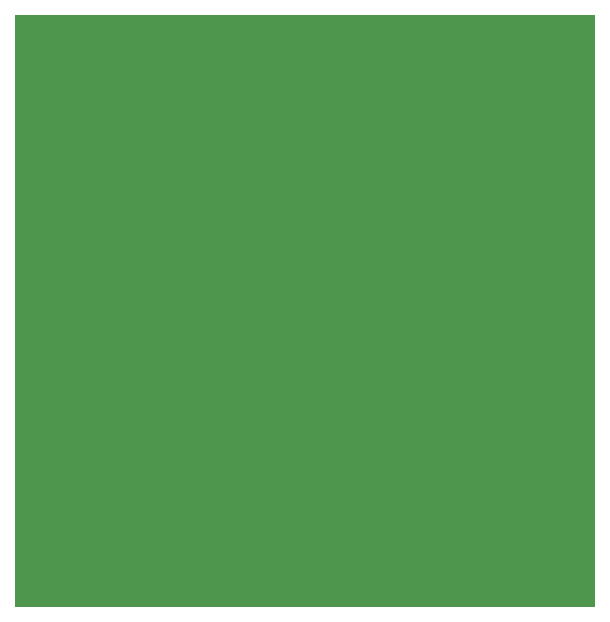
<source format=gbs>
G75*
%MOIN*%
%OFA0B0*%
%FSLAX24Y24*%
%IPPOS*%
%LPD*%
%AMOC8*
5,1,8,0,0,1.08239X$1,22.5*
%
%ADD10C,0.0000*%
%ADD11C,0.0434*%
%ADD12C,0.1300*%
%ADD13R,1.9380X1.9740*%
%ADD14C,0.0800*%
%ADD15R,0.0290X0.0540*%
D10*
X002468Y001340D02*
X002468Y018631D01*
X002470Y018691D01*
X002475Y018752D01*
X002484Y018811D01*
X002497Y018870D01*
X002513Y018929D01*
X002533Y018986D01*
X002556Y019041D01*
X002583Y019096D01*
X002612Y019148D01*
X002645Y019199D01*
X002681Y019248D01*
X002719Y019294D01*
X002761Y019338D01*
X002805Y019380D01*
X002851Y019418D01*
X002900Y019454D01*
X002951Y019487D01*
X003003Y019516D01*
X003058Y019543D01*
X003113Y019566D01*
X003170Y019586D01*
X003229Y019602D01*
X003288Y019615D01*
X003347Y019624D01*
X003408Y019629D01*
X003468Y019631D01*
X020366Y019631D01*
X020426Y019629D01*
X020487Y019624D01*
X020546Y019615D01*
X020605Y019602D01*
X020664Y019586D01*
X020721Y019566D01*
X020776Y019543D01*
X020831Y019516D01*
X020883Y019487D01*
X020934Y019454D01*
X020983Y019418D01*
X021029Y019380D01*
X021073Y019338D01*
X021115Y019294D01*
X021153Y019248D01*
X021189Y019199D01*
X021222Y019148D01*
X021251Y019096D01*
X021278Y019041D01*
X021301Y018986D01*
X021321Y018929D01*
X021337Y018870D01*
X021350Y018811D01*
X021359Y018752D01*
X021364Y018691D01*
X021366Y018631D01*
X021366Y001340D01*
X021364Y001280D01*
X021359Y001219D01*
X021350Y001160D01*
X021337Y001101D01*
X021321Y001042D01*
X021301Y000985D01*
X021278Y000930D01*
X021251Y000875D01*
X021222Y000823D01*
X021189Y000772D01*
X021153Y000723D01*
X021115Y000677D01*
X021073Y000633D01*
X021029Y000591D01*
X020983Y000553D01*
X020934Y000517D01*
X020883Y000484D01*
X020831Y000455D01*
X020776Y000428D01*
X020721Y000405D01*
X020664Y000385D01*
X020605Y000369D01*
X020546Y000356D01*
X020487Y000347D01*
X020426Y000342D01*
X020366Y000340D01*
X003468Y000340D01*
X003408Y000342D01*
X003347Y000347D01*
X003288Y000356D01*
X003229Y000369D01*
X003170Y000385D01*
X003113Y000405D01*
X003058Y000428D01*
X003003Y000455D01*
X002951Y000484D01*
X002900Y000517D01*
X002851Y000553D01*
X002805Y000591D01*
X002761Y000633D01*
X002719Y000677D01*
X002681Y000723D01*
X002645Y000772D01*
X002612Y000823D01*
X002583Y000875D01*
X002556Y000930D01*
X002533Y000985D01*
X002513Y001042D01*
X002497Y001101D01*
X002484Y001160D01*
X002475Y001219D01*
X002470Y001280D01*
X002468Y001340D01*
X011720Y001521D02*
X011722Y001548D01*
X011728Y001575D01*
X011737Y001601D01*
X011750Y001625D01*
X011766Y001648D01*
X011785Y001667D01*
X011807Y001684D01*
X011831Y001698D01*
X011856Y001708D01*
X011883Y001715D01*
X011910Y001718D01*
X011938Y001717D01*
X011965Y001712D01*
X011991Y001704D01*
X012015Y001692D01*
X012038Y001676D01*
X012059Y001658D01*
X012076Y001637D01*
X012091Y001613D01*
X012102Y001588D01*
X012110Y001562D01*
X012114Y001535D01*
X012114Y001507D01*
X012110Y001480D01*
X012102Y001454D01*
X012091Y001429D01*
X012076Y001405D01*
X012059Y001384D01*
X012038Y001366D01*
X012016Y001350D01*
X011991Y001338D01*
X011965Y001330D01*
X011938Y001325D01*
X011910Y001324D01*
X011883Y001327D01*
X011856Y001334D01*
X011831Y001344D01*
X011807Y001358D01*
X011785Y001375D01*
X011766Y001394D01*
X011750Y001417D01*
X011737Y001441D01*
X011728Y001467D01*
X011722Y001494D01*
X011720Y001521D01*
X011720Y002309D02*
X011722Y002336D01*
X011728Y002363D01*
X011737Y002389D01*
X011750Y002413D01*
X011766Y002436D01*
X011785Y002455D01*
X011807Y002472D01*
X011831Y002486D01*
X011856Y002496D01*
X011883Y002503D01*
X011910Y002506D01*
X011938Y002505D01*
X011965Y002500D01*
X011991Y002492D01*
X012015Y002480D01*
X012038Y002464D01*
X012059Y002446D01*
X012076Y002425D01*
X012091Y002401D01*
X012102Y002376D01*
X012110Y002350D01*
X012114Y002323D01*
X012114Y002295D01*
X012110Y002268D01*
X012102Y002242D01*
X012091Y002217D01*
X012076Y002193D01*
X012059Y002172D01*
X012038Y002154D01*
X012016Y002138D01*
X011991Y002126D01*
X011965Y002118D01*
X011938Y002113D01*
X011910Y002112D01*
X011883Y002115D01*
X011856Y002122D01*
X011831Y002132D01*
X011807Y002146D01*
X011785Y002163D01*
X011766Y002182D01*
X011750Y002205D01*
X011737Y002229D01*
X011728Y002255D01*
X011722Y002282D01*
X011720Y002309D01*
X011720Y003096D02*
X011722Y003123D01*
X011728Y003150D01*
X011737Y003176D01*
X011750Y003200D01*
X011766Y003223D01*
X011785Y003242D01*
X011807Y003259D01*
X011831Y003273D01*
X011856Y003283D01*
X011883Y003290D01*
X011910Y003293D01*
X011938Y003292D01*
X011965Y003287D01*
X011991Y003279D01*
X012015Y003267D01*
X012038Y003251D01*
X012059Y003233D01*
X012076Y003212D01*
X012091Y003188D01*
X012102Y003163D01*
X012110Y003137D01*
X012114Y003110D01*
X012114Y003082D01*
X012110Y003055D01*
X012102Y003029D01*
X012091Y003004D01*
X012076Y002980D01*
X012059Y002959D01*
X012038Y002941D01*
X012016Y002925D01*
X011991Y002913D01*
X011965Y002905D01*
X011938Y002900D01*
X011910Y002899D01*
X011883Y002902D01*
X011856Y002909D01*
X011831Y002919D01*
X011807Y002933D01*
X011785Y002950D01*
X011766Y002969D01*
X011750Y002992D01*
X011737Y003016D01*
X011728Y003042D01*
X011722Y003069D01*
X011720Y003096D01*
X011720Y003883D02*
X011722Y003910D01*
X011728Y003937D01*
X011737Y003963D01*
X011750Y003987D01*
X011766Y004010D01*
X011785Y004029D01*
X011807Y004046D01*
X011831Y004060D01*
X011856Y004070D01*
X011883Y004077D01*
X011910Y004080D01*
X011938Y004079D01*
X011965Y004074D01*
X011991Y004066D01*
X012015Y004054D01*
X012038Y004038D01*
X012059Y004020D01*
X012076Y003999D01*
X012091Y003975D01*
X012102Y003950D01*
X012110Y003924D01*
X012114Y003897D01*
X012114Y003869D01*
X012110Y003842D01*
X012102Y003816D01*
X012091Y003791D01*
X012076Y003767D01*
X012059Y003746D01*
X012038Y003728D01*
X012016Y003712D01*
X011991Y003700D01*
X011965Y003692D01*
X011938Y003687D01*
X011910Y003686D01*
X011883Y003689D01*
X011856Y003696D01*
X011831Y003706D01*
X011807Y003720D01*
X011785Y003737D01*
X011766Y003756D01*
X011750Y003779D01*
X011737Y003803D01*
X011728Y003829D01*
X011722Y003856D01*
X011720Y003883D01*
X011287Y005064D02*
X011289Y005114D01*
X011295Y005164D01*
X011305Y005213D01*
X011319Y005261D01*
X011336Y005308D01*
X011357Y005353D01*
X011382Y005397D01*
X011410Y005438D01*
X011442Y005477D01*
X011476Y005514D01*
X011513Y005548D01*
X011553Y005578D01*
X011595Y005605D01*
X011639Y005629D01*
X011685Y005650D01*
X011732Y005666D01*
X011780Y005679D01*
X011830Y005688D01*
X011879Y005693D01*
X011930Y005694D01*
X011980Y005691D01*
X012029Y005684D01*
X012078Y005673D01*
X012126Y005658D01*
X012172Y005640D01*
X012217Y005618D01*
X012260Y005592D01*
X012301Y005563D01*
X012340Y005531D01*
X012376Y005496D01*
X012408Y005458D01*
X012438Y005418D01*
X012465Y005375D01*
X012488Y005331D01*
X012507Y005285D01*
X012523Y005237D01*
X012535Y005188D01*
X012543Y005139D01*
X012547Y005089D01*
X012547Y005039D01*
X012543Y004989D01*
X012535Y004940D01*
X012523Y004891D01*
X012507Y004843D01*
X012488Y004797D01*
X012465Y004753D01*
X012438Y004710D01*
X012408Y004670D01*
X012376Y004632D01*
X012340Y004597D01*
X012301Y004565D01*
X012260Y004536D01*
X012217Y004510D01*
X012172Y004488D01*
X012126Y004470D01*
X012078Y004455D01*
X012029Y004444D01*
X011980Y004437D01*
X011930Y004434D01*
X011879Y004435D01*
X011830Y004440D01*
X011780Y004449D01*
X011732Y004462D01*
X011685Y004478D01*
X011639Y004499D01*
X011595Y004523D01*
X011553Y004550D01*
X011513Y004580D01*
X011476Y004614D01*
X011442Y004651D01*
X011410Y004690D01*
X011382Y004731D01*
X011357Y004775D01*
X011336Y004820D01*
X011319Y004867D01*
X011305Y004915D01*
X011295Y004964D01*
X011289Y005014D01*
X011287Y005064D01*
X011720Y006442D02*
X011722Y006469D01*
X011728Y006496D01*
X011737Y006522D01*
X011750Y006546D01*
X011766Y006569D01*
X011785Y006588D01*
X011807Y006605D01*
X011831Y006619D01*
X011856Y006629D01*
X011883Y006636D01*
X011910Y006639D01*
X011938Y006638D01*
X011965Y006633D01*
X011991Y006625D01*
X012015Y006613D01*
X012038Y006597D01*
X012059Y006579D01*
X012076Y006558D01*
X012091Y006534D01*
X012102Y006509D01*
X012110Y006483D01*
X012114Y006456D01*
X012114Y006428D01*
X012110Y006401D01*
X012102Y006375D01*
X012091Y006350D01*
X012076Y006326D01*
X012059Y006305D01*
X012038Y006287D01*
X012016Y006271D01*
X011991Y006259D01*
X011965Y006251D01*
X011938Y006246D01*
X011910Y006245D01*
X011883Y006248D01*
X011856Y006255D01*
X011831Y006265D01*
X011807Y006279D01*
X011785Y006296D01*
X011766Y006315D01*
X011750Y006338D01*
X011737Y006362D01*
X011728Y006388D01*
X011722Y006415D01*
X011720Y006442D01*
X011720Y007230D02*
X011722Y007257D01*
X011728Y007284D01*
X011737Y007310D01*
X011750Y007334D01*
X011766Y007357D01*
X011785Y007376D01*
X011807Y007393D01*
X011831Y007407D01*
X011856Y007417D01*
X011883Y007424D01*
X011910Y007427D01*
X011938Y007426D01*
X011965Y007421D01*
X011991Y007413D01*
X012015Y007401D01*
X012038Y007385D01*
X012059Y007367D01*
X012076Y007346D01*
X012091Y007322D01*
X012102Y007297D01*
X012110Y007271D01*
X012114Y007244D01*
X012114Y007216D01*
X012110Y007189D01*
X012102Y007163D01*
X012091Y007138D01*
X012076Y007114D01*
X012059Y007093D01*
X012038Y007075D01*
X012016Y007059D01*
X011991Y007047D01*
X011965Y007039D01*
X011938Y007034D01*
X011910Y007033D01*
X011883Y007036D01*
X011856Y007043D01*
X011831Y007053D01*
X011807Y007067D01*
X011785Y007084D01*
X011766Y007103D01*
X011750Y007126D01*
X011737Y007150D01*
X011728Y007176D01*
X011722Y007203D01*
X011720Y007230D01*
X011720Y008017D02*
X011722Y008044D01*
X011728Y008071D01*
X011737Y008097D01*
X011750Y008121D01*
X011766Y008144D01*
X011785Y008163D01*
X011807Y008180D01*
X011831Y008194D01*
X011856Y008204D01*
X011883Y008211D01*
X011910Y008214D01*
X011938Y008213D01*
X011965Y008208D01*
X011991Y008200D01*
X012015Y008188D01*
X012038Y008172D01*
X012059Y008154D01*
X012076Y008133D01*
X012091Y008109D01*
X012102Y008084D01*
X012110Y008058D01*
X012114Y008031D01*
X012114Y008003D01*
X012110Y007976D01*
X012102Y007950D01*
X012091Y007925D01*
X012076Y007901D01*
X012059Y007880D01*
X012038Y007862D01*
X012016Y007846D01*
X011991Y007834D01*
X011965Y007826D01*
X011938Y007821D01*
X011910Y007820D01*
X011883Y007823D01*
X011856Y007830D01*
X011831Y007840D01*
X011807Y007854D01*
X011785Y007871D01*
X011766Y007890D01*
X011750Y007913D01*
X011737Y007937D01*
X011728Y007963D01*
X011722Y007990D01*
X011720Y008017D01*
X011720Y008805D02*
X011722Y008832D01*
X011728Y008859D01*
X011737Y008885D01*
X011750Y008909D01*
X011766Y008932D01*
X011785Y008951D01*
X011807Y008968D01*
X011831Y008982D01*
X011856Y008992D01*
X011883Y008999D01*
X011910Y009002D01*
X011938Y009001D01*
X011965Y008996D01*
X011991Y008988D01*
X012015Y008976D01*
X012038Y008960D01*
X012059Y008942D01*
X012076Y008921D01*
X012091Y008897D01*
X012102Y008872D01*
X012110Y008846D01*
X012114Y008819D01*
X012114Y008791D01*
X012110Y008764D01*
X012102Y008738D01*
X012091Y008713D01*
X012076Y008689D01*
X012059Y008668D01*
X012038Y008650D01*
X012016Y008634D01*
X011991Y008622D01*
X011965Y008614D01*
X011938Y008609D01*
X011910Y008608D01*
X011883Y008611D01*
X011856Y008618D01*
X011831Y008628D01*
X011807Y008642D01*
X011785Y008659D01*
X011766Y008678D01*
X011750Y008701D01*
X011737Y008725D01*
X011728Y008751D01*
X011722Y008778D01*
X011720Y008805D01*
X011720Y009592D02*
X011722Y009619D01*
X011728Y009646D01*
X011737Y009672D01*
X011750Y009696D01*
X011766Y009719D01*
X011785Y009738D01*
X011807Y009755D01*
X011831Y009769D01*
X011856Y009779D01*
X011883Y009786D01*
X011910Y009789D01*
X011938Y009788D01*
X011965Y009783D01*
X011991Y009775D01*
X012015Y009763D01*
X012038Y009747D01*
X012059Y009729D01*
X012076Y009708D01*
X012091Y009684D01*
X012102Y009659D01*
X012110Y009633D01*
X012114Y009606D01*
X012114Y009578D01*
X012110Y009551D01*
X012102Y009525D01*
X012091Y009500D01*
X012076Y009476D01*
X012059Y009455D01*
X012038Y009437D01*
X012016Y009421D01*
X011991Y009409D01*
X011965Y009401D01*
X011938Y009396D01*
X011910Y009395D01*
X011883Y009398D01*
X011856Y009405D01*
X011831Y009415D01*
X011807Y009429D01*
X011785Y009446D01*
X011766Y009465D01*
X011750Y009488D01*
X011737Y009512D01*
X011728Y009538D01*
X011722Y009565D01*
X011720Y009592D01*
X011720Y010379D02*
X011722Y010406D01*
X011728Y010433D01*
X011737Y010459D01*
X011750Y010483D01*
X011766Y010506D01*
X011785Y010525D01*
X011807Y010542D01*
X011831Y010556D01*
X011856Y010566D01*
X011883Y010573D01*
X011910Y010576D01*
X011938Y010575D01*
X011965Y010570D01*
X011991Y010562D01*
X012015Y010550D01*
X012038Y010534D01*
X012059Y010516D01*
X012076Y010495D01*
X012091Y010471D01*
X012102Y010446D01*
X012110Y010420D01*
X012114Y010393D01*
X012114Y010365D01*
X012110Y010338D01*
X012102Y010312D01*
X012091Y010287D01*
X012076Y010263D01*
X012059Y010242D01*
X012038Y010224D01*
X012016Y010208D01*
X011991Y010196D01*
X011965Y010188D01*
X011938Y010183D01*
X011910Y010182D01*
X011883Y010185D01*
X011856Y010192D01*
X011831Y010202D01*
X011807Y010216D01*
X011785Y010233D01*
X011766Y010252D01*
X011750Y010275D01*
X011737Y010299D01*
X011728Y010325D01*
X011722Y010352D01*
X011720Y010379D01*
X011720Y011167D02*
X011722Y011194D01*
X011728Y011221D01*
X011737Y011247D01*
X011750Y011271D01*
X011766Y011294D01*
X011785Y011313D01*
X011807Y011330D01*
X011831Y011344D01*
X011856Y011354D01*
X011883Y011361D01*
X011910Y011364D01*
X011938Y011363D01*
X011965Y011358D01*
X011991Y011350D01*
X012015Y011338D01*
X012038Y011322D01*
X012059Y011304D01*
X012076Y011283D01*
X012091Y011259D01*
X012102Y011234D01*
X012110Y011208D01*
X012114Y011181D01*
X012114Y011153D01*
X012110Y011126D01*
X012102Y011100D01*
X012091Y011075D01*
X012076Y011051D01*
X012059Y011030D01*
X012038Y011012D01*
X012016Y010996D01*
X011991Y010984D01*
X011965Y010976D01*
X011938Y010971D01*
X011910Y010970D01*
X011883Y010973D01*
X011856Y010980D01*
X011831Y010990D01*
X011807Y011004D01*
X011785Y011021D01*
X011766Y011040D01*
X011750Y011063D01*
X011737Y011087D01*
X011728Y011113D01*
X011722Y011140D01*
X011720Y011167D01*
X011720Y011954D02*
X011722Y011981D01*
X011728Y012008D01*
X011737Y012034D01*
X011750Y012058D01*
X011766Y012081D01*
X011785Y012100D01*
X011807Y012117D01*
X011831Y012131D01*
X011856Y012141D01*
X011883Y012148D01*
X011910Y012151D01*
X011938Y012150D01*
X011965Y012145D01*
X011991Y012137D01*
X012015Y012125D01*
X012038Y012109D01*
X012059Y012091D01*
X012076Y012070D01*
X012091Y012046D01*
X012102Y012021D01*
X012110Y011995D01*
X012114Y011968D01*
X012114Y011940D01*
X012110Y011913D01*
X012102Y011887D01*
X012091Y011862D01*
X012076Y011838D01*
X012059Y011817D01*
X012038Y011799D01*
X012016Y011783D01*
X011991Y011771D01*
X011965Y011763D01*
X011938Y011758D01*
X011910Y011757D01*
X011883Y011760D01*
X011856Y011767D01*
X011831Y011777D01*
X011807Y011791D01*
X011785Y011808D01*
X011766Y011827D01*
X011750Y011850D01*
X011737Y011874D01*
X011728Y011900D01*
X011722Y011927D01*
X011720Y011954D01*
X011720Y012742D02*
X011722Y012769D01*
X011728Y012796D01*
X011737Y012822D01*
X011750Y012846D01*
X011766Y012869D01*
X011785Y012888D01*
X011807Y012905D01*
X011831Y012919D01*
X011856Y012929D01*
X011883Y012936D01*
X011910Y012939D01*
X011938Y012938D01*
X011965Y012933D01*
X011991Y012925D01*
X012015Y012913D01*
X012038Y012897D01*
X012059Y012879D01*
X012076Y012858D01*
X012091Y012834D01*
X012102Y012809D01*
X012110Y012783D01*
X012114Y012756D01*
X012114Y012728D01*
X012110Y012701D01*
X012102Y012675D01*
X012091Y012650D01*
X012076Y012626D01*
X012059Y012605D01*
X012038Y012587D01*
X012016Y012571D01*
X011991Y012559D01*
X011965Y012551D01*
X011938Y012546D01*
X011910Y012545D01*
X011883Y012548D01*
X011856Y012555D01*
X011831Y012565D01*
X011807Y012579D01*
X011785Y012596D01*
X011766Y012615D01*
X011750Y012638D01*
X011737Y012662D01*
X011728Y012688D01*
X011722Y012715D01*
X011720Y012742D01*
X011720Y013529D02*
X011722Y013556D01*
X011728Y013583D01*
X011737Y013609D01*
X011750Y013633D01*
X011766Y013656D01*
X011785Y013675D01*
X011807Y013692D01*
X011831Y013706D01*
X011856Y013716D01*
X011883Y013723D01*
X011910Y013726D01*
X011938Y013725D01*
X011965Y013720D01*
X011991Y013712D01*
X012015Y013700D01*
X012038Y013684D01*
X012059Y013666D01*
X012076Y013645D01*
X012091Y013621D01*
X012102Y013596D01*
X012110Y013570D01*
X012114Y013543D01*
X012114Y013515D01*
X012110Y013488D01*
X012102Y013462D01*
X012091Y013437D01*
X012076Y013413D01*
X012059Y013392D01*
X012038Y013374D01*
X012016Y013358D01*
X011991Y013346D01*
X011965Y013338D01*
X011938Y013333D01*
X011910Y013332D01*
X011883Y013335D01*
X011856Y013342D01*
X011831Y013352D01*
X011807Y013366D01*
X011785Y013383D01*
X011766Y013402D01*
X011750Y013425D01*
X011737Y013449D01*
X011728Y013475D01*
X011722Y013502D01*
X011720Y013529D01*
X011287Y014907D02*
X011289Y014957D01*
X011295Y015007D01*
X011305Y015056D01*
X011319Y015104D01*
X011336Y015151D01*
X011357Y015196D01*
X011382Y015240D01*
X011410Y015281D01*
X011442Y015320D01*
X011476Y015357D01*
X011513Y015391D01*
X011553Y015421D01*
X011595Y015448D01*
X011639Y015472D01*
X011685Y015493D01*
X011732Y015509D01*
X011780Y015522D01*
X011830Y015531D01*
X011879Y015536D01*
X011930Y015537D01*
X011980Y015534D01*
X012029Y015527D01*
X012078Y015516D01*
X012126Y015501D01*
X012172Y015483D01*
X012217Y015461D01*
X012260Y015435D01*
X012301Y015406D01*
X012340Y015374D01*
X012376Y015339D01*
X012408Y015301D01*
X012438Y015261D01*
X012465Y015218D01*
X012488Y015174D01*
X012507Y015128D01*
X012523Y015080D01*
X012535Y015031D01*
X012543Y014982D01*
X012547Y014932D01*
X012547Y014882D01*
X012543Y014832D01*
X012535Y014783D01*
X012523Y014734D01*
X012507Y014686D01*
X012488Y014640D01*
X012465Y014596D01*
X012438Y014553D01*
X012408Y014513D01*
X012376Y014475D01*
X012340Y014440D01*
X012301Y014408D01*
X012260Y014379D01*
X012217Y014353D01*
X012172Y014331D01*
X012126Y014313D01*
X012078Y014298D01*
X012029Y014287D01*
X011980Y014280D01*
X011930Y014277D01*
X011879Y014278D01*
X011830Y014283D01*
X011780Y014292D01*
X011732Y014305D01*
X011685Y014321D01*
X011639Y014342D01*
X011595Y014366D01*
X011553Y014393D01*
X011513Y014423D01*
X011476Y014457D01*
X011442Y014494D01*
X011410Y014533D01*
X011382Y014574D01*
X011357Y014618D01*
X011336Y014663D01*
X011319Y014710D01*
X011305Y014758D01*
X011295Y014807D01*
X011289Y014857D01*
X011287Y014907D01*
X011720Y016088D02*
X011722Y016115D01*
X011728Y016142D01*
X011737Y016168D01*
X011750Y016192D01*
X011766Y016215D01*
X011785Y016234D01*
X011807Y016251D01*
X011831Y016265D01*
X011856Y016275D01*
X011883Y016282D01*
X011910Y016285D01*
X011938Y016284D01*
X011965Y016279D01*
X011991Y016271D01*
X012015Y016259D01*
X012038Y016243D01*
X012059Y016225D01*
X012076Y016204D01*
X012091Y016180D01*
X012102Y016155D01*
X012110Y016129D01*
X012114Y016102D01*
X012114Y016074D01*
X012110Y016047D01*
X012102Y016021D01*
X012091Y015996D01*
X012076Y015972D01*
X012059Y015951D01*
X012038Y015933D01*
X012016Y015917D01*
X011991Y015905D01*
X011965Y015897D01*
X011938Y015892D01*
X011910Y015891D01*
X011883Y015894D01*
X011856Y015901D01*
X011831Y015911D01*
X011807Y015925D01*
X011785Y015942D01*
X011766Y015961D01*
X011750Y015984D01*
X011737Y016008D01*
X011728Y016034D01*
X011722Y016061D01*
X011720Y016088D01*
X011720Y016875D02*
X011722Y016902D01*
X011728Y016929D01*
X011737Y016955D01*
X011750Y016979D01*
X011766Y017002D01*
X011785Y017021D01*
X011807Y017038D01*
X011831Y017052D01*
X011856Y017062D01*
X011883Y017069D01*
X011910Y017072D01*
X011938Y017071D01*
X011965Y017066D01*
X011991Y017058D01*
X012015Y017046D01*
X012038Y017030D01*
X012059Y017012D01*
X012076Y016991D01*
X012091Y016967D01*
X012102Y016942D01*
X012110Y016916D01*
X012114Y016889D01*
X012114Y016861D01*
X012110Y016834D01*
X012102Y016808D01*
X012091Y016783D01*
X012076Y016759D01*
X012059Y016738D01*
X012038Y016720D01*
X012016Y016704D01*
X011991Y016692D01*
X011965Y016684D01*
X011938Y016679D01*
X011910Y016678D01*
X011883Y016681D01*
X011856Y016688D01*
X011831Y016698D01*
X011807Y016712D01*
X011785Y016729D01*
X011766Y016748D01*
X011750Y016771D01*
X011737Y016795D01*
X011728Y016821D01*
X011722Y016848D01*
X011720Y016875D01*
X011720Y017663D02*
X011722Y017690D01*
X011728Y017717D01*
X011737Y017743D01*
X011750Y017767D01*
X011766Y017790D01*
X011785Y017809D01*
X011807Y017826D01*
X011831Y017840D01*
X011856Y017850D01*
X011883Y017857D01*
X011910Y017860D01*
X011938Y017859D01*
X011965Y017854D01*
X011991Y017846D01*
X012015Y017834D01*
X012038Y017818D01*
X012059Y017800D01*
X012076Y017779D01*
X012091Y017755D01*
X012102Y017730D01*
X012110Y017704D01*
X012114Y017677D01*
X012114Y017649D01*
X012110Y017622D01*
X012102Y017596D01*
X012091Y017571D01*
X012076Y017547D01*
X012059Y017526D01*
X012038Y017508D01*
X012016Y017492D01*
X011991Y017480D01*
X011965Y017472D01*
X011938Y017467D01*
X011910Y017466D01*
X011883Y017469D01*
X011856Y017476D01*
X011831Y017486D01*
X011807Y017500D01*
X011785Y017517D01*
X011766Y017536D01*
X011750Y017559D01*
X011737Y017583D01*
X011728Y017609D01*
X011722Y017636D01*
X011720Y017663D01*
X011720Y018450D02*
X011722Y018477D01*
X011728Y018504D01*
X011737Y018530D01*
X011750Y018554D01*
X011766Y018577D01*
X011785Y018596D01*
X011807Y018613D01*
X011831Y018627D01*
X011856Y018637D01*
X011883Y018644D01*
X011910Y018647D01*
X011938Y018646D01*
X011965Y018641D01*
X011991Y018633D01*
X012015Y018621D01*
X012038Y018605D01*
X012059Y018587D01*
X012076Y018566D01*
X012091Y018542D01*
X012102Y018517D01*
X012110Y018491D01*
X012114Y018464D01*
X012114Y018436D01*
X012110Y018409D01*
X012102Y018383D01*
X012091Y018358D01*
X012076Y018334D01*
X012059Y018313D01*
X012038Y018295D01*
X012016Y018279D01*
X011991Y018267D01*
X011965Y018259D01*
X011938Y018254D01*
X011910Y018253D01*
X011883Y018256D01*
X011856Y018263D01*
X011831Y018273D01*
X011807Y018287D01*
X011785Y018304D01*
X011766Y018323D01*
X011750Y018346D01*
X011737Y018370D01*
X011728Y018396D01*
X011722Y018423D01*
X011720Y018450D01*
D11*
X011917Y018450D03*
X011917Y017663D03*
X011917Y016875D03*
X011917Y016088D03*
X011917Y013529D03*
X011917Y012742D03*
X011917Y011954D03*
X011917Y011167D03*
X011917Y010379D03*
X011917Y009592D03*
X011917Y008805D03*
X011917Y008017D03*
X011917Y007230D03*
X011917Y006442D03*
X011917Y003883D03*
X011917Y003096D03*
X011917Y002309D03*
X011917Y001521D03*
D12*
X011917Y005064D03*
X011917Y014907D03*
D13*
X011858Y009970D03*
D14*
X010468Y010340D03*
X009468Y010340D03*
X008468Y010340D03*
X008468Y009340D03*
X009468Y009340D03*
X010468Y009340D03*
X010468Y008340D03*
X009468Y008340D03*
X008468Y008340D03*
X007468Y008340D03*
X006468Y008340D03*
X006468Y007340D03*
X006468Y006340D03*
X007468Y006340D03*
X007468Y007340D03*
X008468Y007340D03*
X008468Y006340D03*
X009468Y006340D03*
X009468Y007340D03*
X010468Y007340D03*
X010468Y006340D03*
X010468Y005340D03*
X009468Y005340D03*
X008468Y005340D03*
X007468Y005340D03*
X006468Y005340D03*
X006468Y004340D03*
X006468Y003340D03*
X007468Y003340D03*
X007468Y004340D03*
X008468Y004340D03*
X008468Y003340D03*
X009468Y003340D03*
X009468Y004340D03*
X010468Y004340D03*
X010468Y003340D03*
X010468Y002340D03*
X009468Y002340D03*
X008468Y002340D03*
X008468Y001340D03*
X009468Y001340D03*
X010468Y001340D03*
X007468Y001340D03*
X006468Y001340D03*
X006468Y002340D03*
X007468Y002340D03*
X004468Y002340D03*
X004468Y001340D03*
X003468Y001340D03*
X003468Y002340D03*
X003468Y003340D03*
X003468Y004340D03*
X003468Y005340D03*
X003468Y006340D03*
X003468Y007340D03*
X003468Y008340D03*
X003468Y009340D03*
X003468Y010340D03*
X003468Y011340D03*
X003468Y012340D03*
X003468Y013340D03*
X003468Y014340D03*
X003468Y015340D03*
X003468Y016340D03*
X003468Y017340D03*
X003468Y018340D03*
X004468Y018340D03*
X004468Y017340D03*
X004468Y016340D03*
X004468Y015340D03*
X004468Y014340D03*
X004468Y013340D03*
X004468Y012340D03*
X004468Y011340D03*
X004468Y010340D03*
X004468Y009340D03*
X004468Y008340D03*
X004468Y007340D03*
X004468Y006340D03*
X004468Y005340D03*
X004468Y004340D03*
X004468Y003340D03*
X006468Y009340D03*
X006468Y010340D03*
X007468Y010340D03*
X007468Y009340D03*
X007468Y011340D03*
X007468Y011340D03*
X006468Y011340D03*
X006468Y011340D03*
X006468Y011340D03*
X006468Y012340D03*
X007468Y012340D03*
X007468Y013340D03*
X006468Y013340D03*
X006468Y014340D03*
X006468Y015340D03*
X007468Y015340D03*
X007468Y014340D03*
X008468Y014340D03*
X008468Y015340D03*
X009468Y015340D03*
X009468Y014340D03*
X010468Y014340D03*
X010468Y015340D03*
X010468Y016340D03*
X009468Y016340D03*
X008468Y016340D03*
X008468Y017340D03*
X009468Y017340D03*
X010468Y017340D03*
X010468Y018340D03*
X009468Y018340D03*
X008468Y018340D03*
X007468Y018340D03*
X006468Y018340D03*
X006468Y017340D03*
X006468Y016340D03*
X007468Y016340D03*
X007468Y017340D03*
X008468Y013340D03*
X009468Y013340D03*
X010468Y013340D03*
X010468Y012340D03*
X009468Y012340D03*
X008468Y012340D03*
X008468Y011340D03*
X009468Y011340D03*
X010468Y011340D03*
X013468Y011340D03*
X013468Y012340D03*
X014468Y012340D03*
X014468Y011340D03*
X015468Y011340D03*
X015468Y012340D03*
X015468Y013340D03*
X014468Y013340D03*
X013468Y013340D03*
X013468Y014340D03*
X013468Y015340D03*
X014468Y015340D03*
X014468Y014340D03*
X015468Y014340D03*
X015468Y015340D03*
X015468Y016340D03*
X014468Y016340D03*
X013468Y016340D03*
X013468Y017340D03*
X014468Y017340D03*
X015468Y017340D03*
X015468Y018340D03*
X014468Y018340D03*
X013468Y018340D03*
X016468Y018340D03*
X017468Y018340D03*
X017468Y017340D03*
X016468Y017340D03*
X016468Y016340D03*
X017468Y016340D03*
X017468Y015340D03*
X016468Y015340D03*
X016468Y014340D03*
X017468Y014340D03*
X017468Y013340D03*
X016468Y013340D03*
X016468Y012340D03*
X016468Y011340D03*
X017468Y011340D03*
X017468Y012340D03*
X017468Y010340D03*
X016468Y010340D03*
X016468Y009340D03*
X017468Y009340D03*
X017468Y008340D03*
X016468Y008340D03*
X015468Y008340D03*
X014468Y008340D03*
X013468Y008340D03*
X013468Y007340D03*
X013468Y006340D03*
X014468Y006340D03*
X014468Y007340D03*
X015468Y007340D03*
X015468Y006340D03*
X015468Y005340D03*
X014468Y005340D03*
X014468Y005340D03*
X013468Y005340D03*
X013468Y004340D03*
X013468Y003340D03*
X014468Y003340D03*
X014468Y004340D03*
X015468Y004340D03*
X015468Y003340D03*
X015468Y002340D03*
X014468Y002340D03*
X013468Y002340D03*
X013468Y001340D03*
X014468Y001340D03*
X015468Y001340D03*
X016468Y001340D03*
X016468Y002340D03*
X017468Y002340D03*
X017468Y001340D03*
X017468Y003340D03*
X016468Y003340D03*
X016468Y004340D03*
X017468Y004340D03*
X017468Y005340D03*
X016468Y005340D03*
X016468Y006340D03*
X016468Y006340D03*
X016468Y007340D03*
X017468Y007340D03*
X017468Y006340D03*
X019468Y006340D03*
X019468Y007340D03*
X020468Y007340D03*
X020468Y006340D03*
X020468Y005340D03*
X019468Y005340D03*
X019468Y004340D03*
X019468Y003340D03*
X020468Y003340D03*
X020468Y004340D03*
X020468Y002340D03*
X019468Y002340D03*
X019468Y001340D03*
X020468Y001340D03*
X020468Y008340D03*
X019468Y008340D03*
X019468Y009340D03*
X019468Y010340D03*
X020468Y010340D03*
X020468Y009340D03*
X020468Y011340D03*
X019468Y011340D03*
X019468Y012340D03*
X020468Y012340D03*
X020468Y013340D03*
X019468Y013340D03*
X019468Y014340D03*
X019468Y015340D03*
X020468Y015340D03*
X020468Y014340D03*
X020468Y016340D03*
X019468Y016340D03*
X019468Y017340D03*
X020468Y017340D03*
X020468Y018340D03*
X019468Y018340D03*
X015468Y010340D03*
X014468Y010340D03*
X013468Y010340D03*
X013468Y009340D03*
X014468Y009340D03*
X015468Y009340D03*
D15*
X012107Y000706D03*
X011752Y000706D03*
X011751Y019177D03*
X012105Y019177D03*
M02*

</source>
